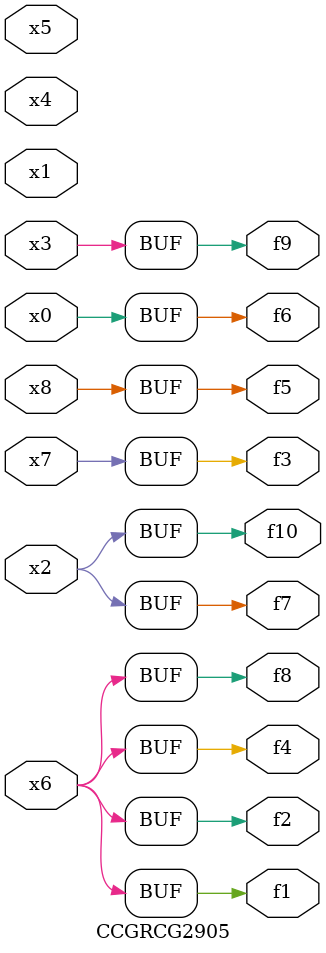
<source format=v>
module CCGRCG2905(
	input x0, x1, x2, x3, x4, x5, x6, x7, x8,
	output f1, f2, f3, f4, f5, f6, f7, f8, f9, f10
);
	assign f1 = x6;
	assign f2 = x6;
	assign f3 = x7;
	assign f4 = x6;
	assign f5 = x8;
	assign f6 = x0;
	assign f7 = x2;
	assign f8 = x6;
	assign f9 = x3;
	assign f10 = x2;
endmodule

</source>
